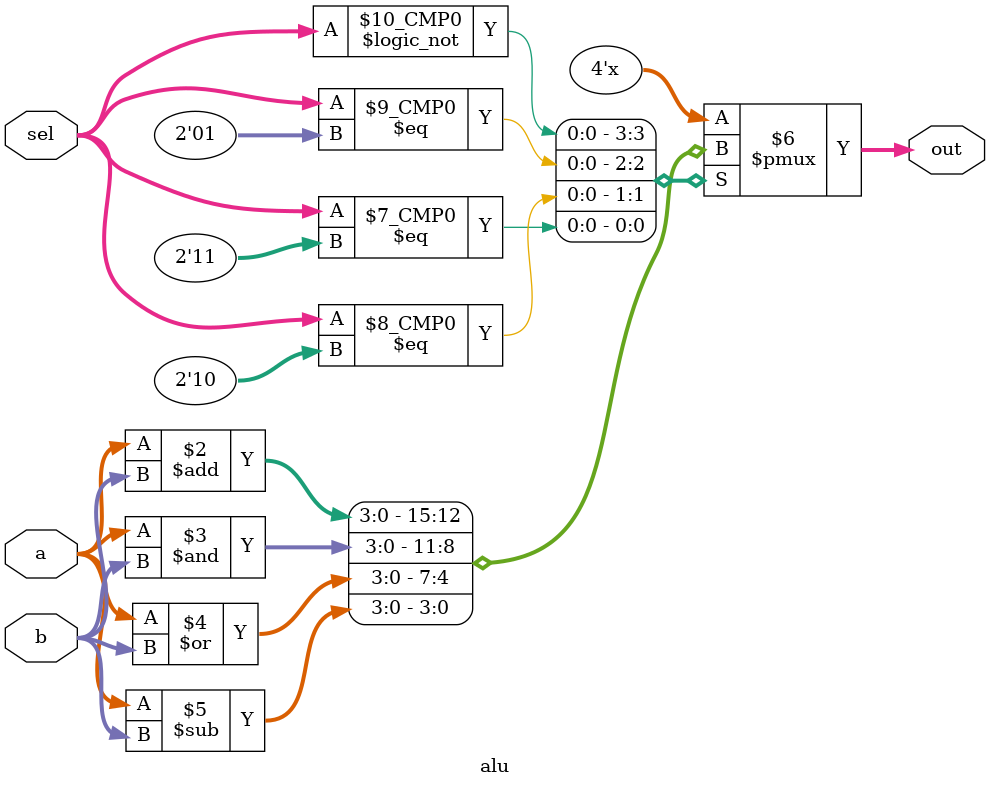
<source format=sv>
module alu #(
    parameter ALU_WIDTH = 4
) (
    input [ALU_WIDTH-1:0] a,
    input [ALU_WIDTH-1:0] b,
    input [1:0] sel,
    output logic [ALU_WIDTH-1:0] out
);

  always @(a, b) begin
    case (sel)
      0: out = a + b;
      1: out = a & b;
      2: out = a | b;
      3: out = a - b;
    endcase
  end





endmodule

</source>
